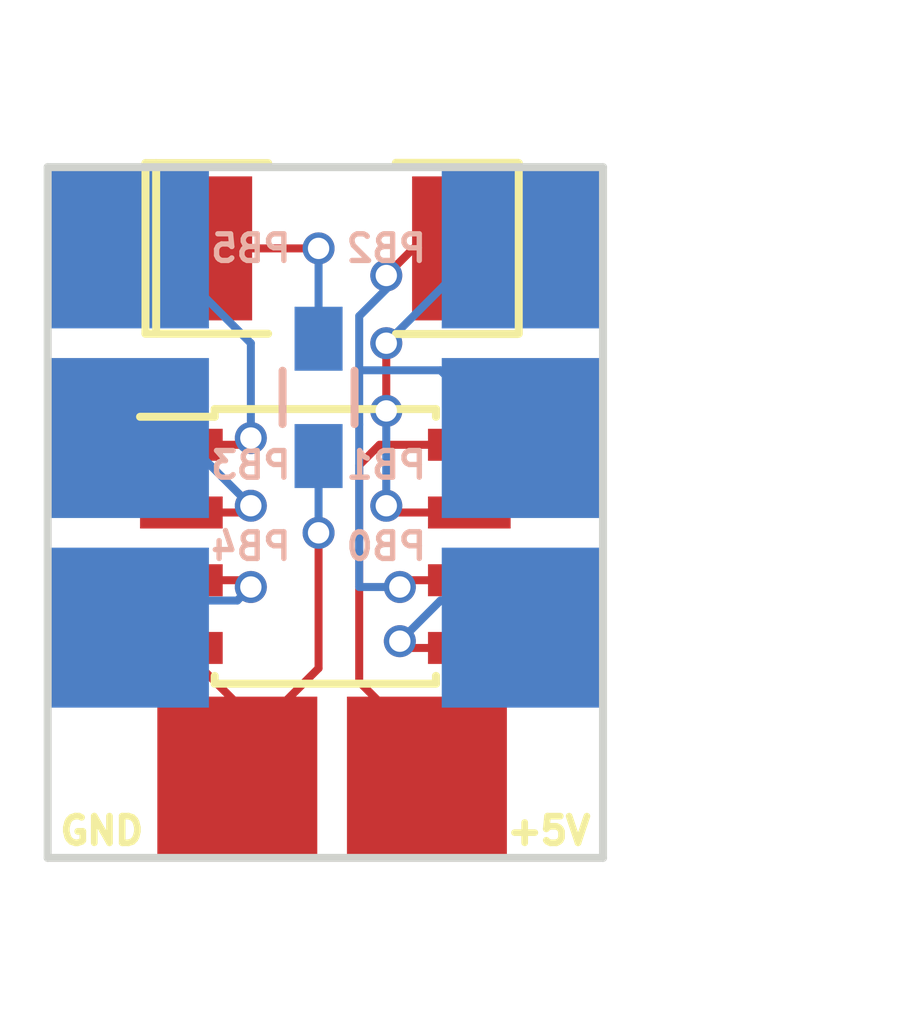
<source format=kicad_pcb>
(kicad_pcb (version 4) (host pcbnew 4.0.2-4+6225~38~ubuntu14.04.1-stable)

  (general
    (links 11)
    (no_connects 0)
    (area 152.057667 97.621 169.252334 116.859)
    (thickness 1.6)
    (drawings 12)
    (tracks 65)
    (zones 0)
    (modules 11)
    (nets 10)
  )

  (page A4)
  (layers
    (0 F.Cu signal)
    (31 B.Cu signal)
    (32 B.Adhes user)
    (33 F.Adhes user)
    (34 B.Paste user)
    (35 F.Paste user)
    (36 B.SilkS user)
    (37 F.SilkS user)
    (38 B.Mask user)
    (39 F.Mask user)
    (40 Dwgs.User user)
    (41 Cmts.User user)
    (42 Eco1.User user)
    (43 Eco2.User user)
    (44 Edge.Cuts user)
    (45 Margin user)
    (46 B.CrtYd user)
    (47 F.CrtYd user)
    (48 B.Fab user)
    (49 F.Fab user)
  )

  (setup
    (last_trace_width 0.15)
    (trace_clearance 0.006)
    (zone_clearance 0.508)
    (zone_45_only no)
    (trace_min 0.006)
    (segment_width 0.2)
    (edge_width 0.15)
    (via_size 0.6)
    (via_drill 0.4)
    (via_min_size 0.4)
    (via_min_drill 0.013)
    (uvia_size 0.3)
    (uvia_drill 0.1)
    (uvias_allowed no)
    (uvia_min_size 0.2)
    (uvia_min_drill 0.1)
    (pcb_text_width 0.3)
    (pcb_text_size 1.5 1.5)
    (mod_edge_width 0.15)
    (mod_text_size 1 1)
    (mod_text_width 0.15)
    (pad_size 1.524 1.524)
    (pad_drill 0.762)
    (pad_to_mask_clearance 0.2)
    (aux_axis_origin 0 0)
    (visible_elements FFFFFF7F)
    (pcbplotparams
      (layerselection 0x010f0_80000001)
      (usegerberextensions false)
      (excludeedgelayer true)
      (linewidth 0.100000)
      (plotframeref false)
      (viasonmask false)
      (mode 1)
      (useauxorigin false)
      (hpglpennumber 1)
      (hpglpenspeed 20)
      (hpglpendiameter 15)
      (hpglpenoverlay 2)
      (psnegative false)
      (psa4output false)
      (plotreference true)
      (plotvalue true)
      (plotinvisibletext false)
      (padsonsilk false)
      (subtractmaskfromsilk false)
      (outputformat 1)
      (mirror false)
      (drillshape 0)
      (scaleselection 1)
      (outputdirectory /home/tmurray/proj/EasyRaceLapTimer/datasheets/micro_transponder_v1/oshpark/))
  )

  (net 0 "")
  (net 1 "Net-(D1-Pad1)")
  (net 2 "Net-(D1-Pad2)")
  (net 3 "Net-(IC1-Pad1)")
  (net 4 "Net-(IC1-Pad2)")
  (net 5 "Net-(IC1-Pad3)")
  (net 6 GND)
  (net 7 "Net-(IC1-Pad5)")
  (net 8 "Net-(IC1-Pad7)")
  (net 9 +5V)

  (net_class Default "This is the default net class."
    (clearance 0.006)
    (trace_width 0.15)
    (via_dia 0.6)
    (via_drill 0.4)
    (uvia_dia 0.3)
    (uvia_drill 0.1)
    (add_net +5V)
    (add_net GND)
    (add_net "Net-(D1-Pad1)")
    (add_net "Net-(D1-Pad2)")
    (add_net "Net-(IC1-Pad1)")
    (add_net "Net-(IC1-Pad2)")
    (add_net "Net-(IC1-Pad3)")
    (add_net "Net-(IC1-Pad5)")
    (add_net "Net-(IC1-Pad7)")
  )

  (module SMD_Packages:SMD-2010_Pol (layer F.Cu) (tedit 57102B43) (tstamp 571026DD)
    (at 158.242 102.362)
    (tags "CMS SMD")
    (path /57101BFC)
    (attr smd)
    (fp_text reference D1 (at 0 -0.7) (layer F.SilkS) hide
      (effects (font (size 1 1) (thickness 0.15)))
    )
    (fp_text value LED (at 0 0.8) (layer F.Fab)
      (effects (font (size 1 1) (thickness 0.15)))
    )
    (fp_line (start -3.3 -1.6) (end -3.3 1.6) (layer F.SilkS) (width 0.15))
    (fp_line (start 3.50012 -1.6002) (end 3.50012 1.6002) (layer F.SilkS) (width 0.15))
    (fp_line (start -3.5 -1.6) (end -3.5 1.6) (layer F.SilkS) (width 0.15))
    (fp_line (start 1.19634 1.60528) (end 3.48234 1.60528) (layer F.SilkS) (width 0.15))
    (fp_line (start 3.48234 -1.60528) (end 1.19634 -1.60528) (layer F.SilkS) (width 0.15))
    (fp_line (start -1.2 -1.6) (end -3.5 -1.6) (layer F.SilkS) (width 0.15))
    (fp_line (start -3.5 1.6) (end -1.2 1.6) (layer F.SilkS) (width 0.15))
    (pad 1 smd rect (at -2.4003 0) (size 1.80086 2.70002) (layers F.Cu F.Paste F.Mask)
      (net 1 "Net-(D1-Pad1)"))
    (pad 2 smd rect (at 2.4003 0) (size 1.80086 2.70002) (layers F.Cu F.Paste F.Mask)
      (net 2 "Net-(D1-Pad2)"))
    (model SMD_Packages.3dshapes/SMD-2010_Pol.wrl
      (at (xyz 0 0 0))
      (scale (xyz 0.35 0.35 0.35))
      (rotate (xyz 0 0 0))
    )
  )

  (module Housings_SOIC:SOIC-8_3.9x4.9mm_Pitch1.27mm (layer F.Cu) (tedit 57102B31) (tstamp 571026E9)
    (at 158.115 107.95)
    (descr "8-Lead Plastic Small Outline (SN) - Narrow, 3.90 mm Body [SOIC] (see Microchip Packaging Specification 00000049BS.pdf)")
    (tags "SOIC 1.27")
    (path /57101B6A)
    (attr smd)
    (fp_text reference IC1 (at 0 -3.5) (layer F.SilkS) hide
      (effects (font (size 1 1) (thickness 0.15)))
    )
    (fp_text value ATTINY85-S (at 0 3.5) (layer F.Fab)
      (effects (font (size 1 1) (thickness 0.15)))
    )
    (fp_line (start -3.75 -2.75) (end -3.75 2.75) (layer F.CrtYd) (width 0.05))
    (fp_line (start 3.75 -2.75) (end 3.75 2.75) (layer F.CrtYd) (width 0.05))
    (fp_line (start -3.75 -2.75) (end 3.75 -2.75) (layer F.CrtYd) (width 0.05))
    (fp_line (start -3.75 2.75) (end 3.75 2.75) (layer F.CrtYd) (width 0.05))
    (fp_line (start -2.075 -2.575) (end -2.075 -2.43) (layer F.SilkS) (width 0.15))
    (fp_line (start 2.075 -2.575) (end 2.075 -2.43) (layer F.SilkS) (width 0.15))
    (fp_line (start 2.075 2.575) (end 2.075 2.43) (layer F.SilkS) (width 0.15))
    (fp_line (start -2.075 2.575) (end -2.075 2.43) (layer F.SilkS) (width 0.15))
    (fp_line (start -2.075 -2.575) (end 2.075 -2.575) (layer F.SilkS) (width 0.15))
    (fp_line (start -2.075 2.575) (end 2.075 2.575) (layer F.SilkS) (width 0.15))
    (fp_line (start -2.075 -2.43) (end -3.475 -2.43) (layer F.SilkS) (width 0.15))
    (pad 1 smd rect (at -2.7 -1.905) (size 1.55 0.6) (layers F.Cu F.Paste F.Mask)
      (net 3 "Net-(IC1-Pad1)"))
    (pad 2 smd rect (at -2.7 -0.635) (size 1.55 0.6) (layers F.Cu F.Paste F.Mask)
      (net 4 "Net-(IC1-Pad2)"))
    (pad 3 smd rect (at -2.7 0.635) (size 1.55 0.6) (layers F.Cu F.Paste F.Mask)
      (net 5 "Net-(IC1-Pad3)"))
    (pad 4 smd rect (at -2.7 1.905) (size 1.55 0.6) (layers F.Cu F.Paste F.Mask)
      (net 6 GND))
    (pad 5 smd rect (at 2.7 1.905) (size 1.55 0.6) (layers F.Cu F.Paste F.Mask)
      (net 7 "Net-(IC1-Pad5)"))
    (pad 6 smd rect (at 2.7 0.635) (size 1.55 0.6) (layers F.Cu F.Paste F.Mask)
      (net 2 "Net-(D1-Pad2)"))
    (pad 7 smd rect (at 2.7 -0.635) (size 1.55 0.6) (layers F.Cu F.Paste F.Mask)
      (net 8 "Net-(IC1-Pad7)"))
    (pad 8 smd rect (at 2.7 -1.905) (size 1.55 0.6) (layers F.Cu F.Paste F.Mask)
      (net 9 +5V))
    (model Housings_SOIC.3dshapes/SOIC-8_3.9x4.9mm_Pitch1.27mm.wrl
      (at (xyz 0 0 0))
      (scale (xyz 1 1 1))
      (rotate (xyz 0 0 0))
    )
  )

  (module Resistors_SMD:R_0603_HandSoldering (layer B.Cu) (tedit 57102B38) (tstamp 5710271D)
    (at 157.988 105.156 270)
    (descr "Resistor SMD 0603, hand soldering")
    (tags "resistor 0603")
    (path /57101D17)
    (attr smd)
    (fp_text reference R1 (at 0 1.9 270) (layer B.SilkS) hide
      (effects (font (size 1 1) (thickness 0.15)) (justify mirror))
    )
    (fp_text value "150 Ohm, 0.25W" (at 0 -1.9 270) (layer B.Fab)
      (effects (font (size 1 1) (thickness 0.15)) (justify mirror))
    )
    (fp_line (start -2 0.8) (end 2 0.8) (layer B.CrtYd) (width 0.05))
    (fp_line (start -2 -0.8) (end 2 -0.8) (layer B.CrtYd) (width 0.05))
    (fp_line (start -2 0.8) (end -2 -0.8) (layer B.CrtYd) (width 0.05))
    (fp_line (start 2 0.8) (end 2 -0.8) (layer B.CrtYd) (width 0.05))
    (fp_line (start 0.5 -0.675) (end -0.5 -0.675) (layer B.SilkS) (width 0.15))
    (fp_line (start -0.5 0.675) (end 0.5 0.675) (layer B.SilkS) (width 0.15))
    (pad 1 smd rect (at -1.1 0 270) (size 1.2 0.9) (layers B.Cu B.Paste B.Mask)
      (net 1 "Net-(D1-Pad1)"))
    (pad 2 smd rect (at 1.1 0 270) (size 1.2 0.9) (layers B.Cu B.Paste B.Mask)
      (net 6 GND))
    (model Resistors_SMD.3dshapes/R_0603_HandSoldering.wrl
      (at (xyz 0 0 0))
      (scale (xyz 1 1 1))
      (rotate (xyz 0 0 0))
    )
  )

  (module Measurement_Points:Measurement_Point_Square-SMD-Pad_Big (layer B.Cu) (tedit 57102B00) (tstamp 57102C29)
    (at 161.798 109.474)
    (descr "Mesurement Point, Square, SMD Pad,  3mm x 3mm,")
    (tags "Mesurement Point, Square, SMD Pad, 3mm x 3mm,")
    (path /57101FB1)
    (fp_text reference P1 (at 0 3.81) (layer B.SilkS) hide
      (effects (font (size 1 1) (thickness 0.15)) (justify mirror))
    )
    (fp_text value CONN_01X01 (at 2.54 -3.81) (layer B.Fab)
      (effects (font (size 1 1) (thickness 0.15)) (justify mirror))
    )
    (pad 1 smd rect (at 0 0) (size 2.99974 2.99974) (layers B.Cu B.Mask)
      (net 7 "Net-(IC1-Pad5)"))
  )

  (module Measurement_Points:Measurement_Point_Square-SMD-Pad_Big (layer B.Cu) (tedit 57102B1D) (tstamp 57102C2D)
    (at 161.798 105.918)
    (descr "Mesurement Point, Square, SMD Pad,  3mm x 3mm,")
    (tags "Mesurement Point, Square, SMD Pad, 3mm x 3mm,")
    (path /571020C5)
    (fp_text reference P2 (at 0 3.81) (layer B.SilkS) hide
      (effects (font (size 1 1) (thickness 0.15)) (justify mirror))
    )
    (fp_text value CONN_01X01 (at 2.54 -3.81) (layer B.Fab)
      (effects (font (size 1 1) (thickness 0.15)) (justify mirror))
    )
    (pad 1 smd rect (at 0 0) (size 2.99974 2.99974) (layers B.Cu B.Mask)
      (net 2 "Net-(D1-Pad2)"))
  )

  (module Measurement_Points:Measurement_Point_Square-SMD-Pad_Big (layer B.Cu) (tedit 57102B17) (tstamp 57102C31)
    (at 161.798 102.362)
    (descr "Mesurement Point, Square, SMD Pad,  3mm x 3mm,")
    (tags "Mesurement Point, Square, SMD Pad, 3mm x 3mm,")
    (path /5710210A)
    (fp_text reference P3 (at 0 3.81) (layer B.SilkS) hide
      (effects (font (size 1 1) (thickness 0.15)) (justify mirror))
    )
    (fp_text value CONN_01X01 (at 2.54 -3.81) (layer B.Fab)
      (effects (font (size 1 1) (thickness 0.15)) (justify mirror))
    )
    (pad 1 smd rect (at 0 0) (size 2.99974 2.99974) (layers B.Cu B.Mask)
      (net 8 "Net-(IC1-Pad7)"))
  )

  (module Measurement_Points:Measurement_Point_Square-SMD-Pad_Big (layer B.Cu) (tedit 57102B0E) (tstamp 57102C35)
    (at 154.432 105.918)
    (descr "Mesurement Point, Square, SMD Pad,  3mm x 3mm,")
    (tags "Mesurement Point, Square, SMD Pad, 3mm x 3mm,")
    (path /5710216F)
    (fp_text reference P4 (at 0 3.81) (layer B.SilkS) hide
      (effects (font (size 1 1) (thickness 0.15)) (justify mirror))
    )
    (fp_text value CONN_01X01 (at 2.54 -3.81) (layer B.Fab)
      (effects (font (size 1 1) (thickness 0.15)) (justify mirror))
    )
    (pad 1 smd rect (at 0 0) (size 2.99974 2.99974) (layers B.Cu B.Mask)
      (net 4 "Net-(IC1-Pad2)"))
  )

  (module Measurement_Points:Measurement_Point_Square-SMD-Pad_Big (layer B.Cu) (tedit 57102B07) (tstamp 57102C39)
    (at 154.432 109.474)
    (descr "Mesurement Point, Square, SMD Pad,  3mm x 3mm,")
    (tags "Mesurement Point, Square, SMD Pad, 3mm x 3mm,")
    (path /571021AD)
    (fp_text reference P5 (at 0 3.81) (layer B.SilkS) hide
      (effects (font (size 1 1) (thickness 0.15)) (justify mirror))
    )
    (fp_text value CONN_01X01 (at 2.54 -3.81) (layer B.Fab)
      (effects (font (size 1 1) (thickness 0.15)) (justify mirror))
    )
    (pad 1 smd rect (at 0 0) (size 2.99974 2.99974) (layers B.Cu B.Mask)
      (net 5 "Net-(IC1-Pad3)"))
  )

  (module Measurement_Points:Measurement_Point_Square-SMD-Pad_Big (layer B.Cu) (tedit 57102B23) (tstamp 57102C3D)
    (at 154.432 102.362)
    (descr "Mesurement Point, Square, SMD Pad,  3mm x 3mm,")
    (tags "Mesurement Point, Square, SMD Pad, 3mm x 3mm,")
    (path /571021F0)
    (fp_text reference P6 (at 0 3.81) (layer B.SilkS) hide
      (effects (font (size 1 1) (thickness 0.15)) (justify mirror))
    )
    (fp_text value CONN_01X01 (at 2.54 -3.81) (layer B.Fab)
      (effects (font (size 1 1) (thickness 0.15)) (justify mirror))
    )
    (pad 1 smd rect (at 0 0) (size 2.99974 2.99974) (layers B.Cu B.Mask)
      (net 3 "Net-(IC1-Pad1)"))
  )

  (module Measurement_Points:Measurement_Point_Square-SMD-Pad_Big (layer F.Cu) (tedit 57102AE2) (tstamp 57102C41)
    (at 160.02 112.268)
    (descr "Mesurement Point, Square, SMD Pad,  3mm x 3mm,")
    (tags "Mesurement Point, Square, SMD Pad, 3mm x 3mm,")
    (path /571022C6)
    (fp_text reference "" (at 0 -3.81) (layer F.SilkS)
      (effects (font (size 1 1) (thickness 0.15)))
    )
    (fp_text value CONN_01X01 (at 2.54 3.81) (layer F.Fab)
      (effects (font (size 1 1) (thickness 0.15)))
    )
    (pad 1 smd rect (at 0 0) (size 2.99974 2.99974) (layers F.Cu F.Mask)
      (net 9 +5V))
  )

  (module Measurement_Points:Measurement_Point_Square-SMD-Pad_Big (layer F.Cu) (tedit 57102AD8) (tstamp 57102C45)
    (at 156.464 112.268)
    (descr "Mesurement Point, Square, SMD Pad,  3mm x 3mm,")
    (tags "Mesurement Point, Square, SMD Pad, 3mm x 3mm,")
    (path /57102315)
    (fp_text reference "" (at 0 -3.81) (layer F.SilkS)
      (effects (font (size 1 1) (thickness 0.15)))
    )
    (fp_text value CONN_01X01 (at 2.54 3.81) (layer F.Fab)
      (effects (font (size 1 1) (thickness 0.15)))
    )
    (pad 1 smd rect (at 0 0) (size 2.99974 2.99974) (layers F.Cu F.Mask)
      (net 6 GND))
  )

  (gr_text PB0 (at 159.258 107.95) (layer B.SilkS)
    (effects (font (size 0.5 0.5) (thickness 0.1)) (justify mirror))
  )
  (gr_text PB2 (at 159.258 102.362) (layer B.SilkS)
    (effects (font (size 0.5 0.5) (thickness 0.1)) (justify mirror))
  )
  (gr_text PB1 (at 159.258 106.426) (layer B.SilkS)
    (effects (font (size 0.5 0.5) (thickness 0.1)) (justify mirror))
  )
  (gr_text PB5 (at 156.718 102.362) (layer B.SilkS)
    (effects (font (size 0.5 0.5) (thickness 0.1)) (justify mirror))
  )
  (gr_text PB3 (at 156.718 106.426) (layer B.SilkS)
    (effects (font (size 0.5 0.5) (thickness 0.1)) (justify mirror))
  )
  (gr_text PB4 (at 156.718 107.95) (layer B.SilkS)
    (effects (font (size 0.5 0.5) (thickness 0.1)) (justify mirror))
  )
  (gr_text GND (at 153.924 113.284) (layer F.SilkS)
    (effects (font (size 0.5 0.5) (thickness 0.125)))
  )
  (gr_text +5V (at 162.306 113.284) (layer F.SilkS)
    (effects (font (size 0.5 0.5) (thickness 0.125)))
  )
  (gr_line (start 152.908 113.792) (end 152.908 100.838) (angle 90) (layer Edge.Cuts) (width 0.15))
  (gr_line (start 163.322 113.792) (end 152.908 113.792) (angle 90) (layer Edge.Cuts) (width 0.15))
  (gr_line (start 163.322 100.838) (end 163.322 113.792) (angle 90) (layer Edge.Cuts) (width 0.15))
  (gr_line (start 152.908 100.838) (end 163.322 100.838) (angle 90) (layer Edge.Cuts) (width 0.15))

  (segment (start 155.8417 102.362) (end 157.988 102.362) (width 0.15) (layer F.Cu) (net 1))
  (segment (start 157.988 102.362) (end 157.988 104.056) (width 0.15) (layer B.Cu) (net 1) (tstamp 57102CEF))
  (via (at 157.988 102.362) (size 0.6) (drill 0.4) (layers F.Cu B.Cu) (net 1))
  (segment (start 161.798 105.664) (end 161.29 105.664) (width 0.15) (layer B.Cu) (net 2))
  (segment (start 161.29 105.664) (end 160.274 104.648) (width 0.15) (layer B.Cu) (net 2) (tstamp 57102DBD))
  (segment (start 160.274 104.648) (end 158.75 104.648) (width 0.15) (layer B.Cu) (net 2) (tstamp 57102DBE))
  (segment (start 161.798 105.664) (end 160.782 105.664) (width 0.15) (layer B.Cu) (net 2))
  (segment (start 160.02 102.362) (end 160.6423 102.362) (width 0.15) (layer F.Cu) (net 2) (tstamp 57102D3C))
  (segment (start 160.815 108.585) (end 159.639 108.585) (width 0.15) (layer F.Cu) (net 2))
  (segment (start 159.639 108.585) (end 159.512 108.712) (width 0.15) (layer F.Cu) (net 2) (tstamp 57102D22))
  (via (at 159.512 108.712) (size 0.6) (drill 0.4) (layers F.Cu B.Cu) (net 2))
  (segment (start 159.512 108.712) (end 158.75 108.712) (width 0.15) (layer B.Cu) (net 2) (tstamp 57102D24))
  (segment (start 158.75 108.712) (end 158.75 105.664) (width 0.15) (layer B.Cu) (net 2) (tstamp 57102D25))
  (segment (start 159.258 102.87) (end 159.766 102.362) (width 0.15) (layer F.Cu) (net 2) (tstamp 57102D29))
  (segment (start 158.75 105.664) (end 158.75 104.648) (width 0.15) (layer B.Cu) (net 2) (tstamp 57102DB6))
  (segment (start 158.75 104.648) (end 158.75 103.632) (width 0.15) (layer B.Cu) (net 2) (tstamp 57102DC2))
  (segment (start 158.75 103.632) (end 159.258 103.124) (width 0.15) (layer B.Cu) (net 2) (tstamp 57102D26))
  (segment (start 159.258 103.124) (end 159.258 102.87) (width 0.15) (layer B.Cu) (net 2) (tstamp 57102D27))
  (via (at 159.258 102.87) (size 0.6) (drill 0.4) (layers F.Cu B.Cu) (net 2))
  (segment (start 159.766 102.362) (end 160.6423 102.362) (width 0.15) (layer F.Cu) (net 2) (tstamp 57102D2A))
  (segment (start 155.415 106.045) (end 156.591 106.045) (width 0.15) (layer F.Cu) (net 3))
  (segment (start 156.718 104.14) (end 154.94 102.362) (width 0.15) (layer B.Cu) (net 3) (tstamp 57102D10))
  (segment (start 156.718 105.918) (end 156.718 104.14) (width 0.15) (layer B.Cu) (net 3) (tstamp 57102D0F))
  (via (at 156.718 105.918) (size 0.6) (drill 0.4) (layers F.Cu B.Cu) (net 3))
  (segment (start 156.591 106.045) (end 156.718 105.918) (width 0.15) (layer F.Cu) (net 3) (tstamp 57102D0D))
  (segment (start 154.94 102.362) (end 154.432 102.362) (width 0.15) (layer B.Cu) (net 3) (tstamp 57102D11))
  (segment (start 154.432 105.664) (end 155.194 105.664) (width 0.15) (layer B.Cu) (net 4))
  (segment (start 155.194 105.664) (end 156.718 107.188) (width 0.15) (layer B.Cu) (net 4) (tstamp 57102D07))
  (via (at 156.718 107.188) (size 0.6) (drill 0.4) (layers F.Cu B.Cu) (net 4))
  (segment (start 156.718 107.188) (end 156.591 107.315) (width 0.15) (layer F.Cu) (net 4) (tstamp 57102D0A))
  (segment (start 156.591 107.315) (end 155.415 107.315) (width 0.15) (layer F.Cu) (net 4) (tstamp 57102D0B))
  (segment (start 155.415 108.585) (end 156.591 108.585) (width 0.15) (layer F.Cu) (net 5))
  (segment (start 156.464 108.966) (end 154.432 108.966) (width 0.15) (layer B.Cu) (net 5) (tstamp 57102D05))
  (segment (start 156.718 108.712) (end 156.464 108.966) (width 0.15) (layer B.Cu) (net 5) (tstamp 57102D04))
  (via (at 156.718 108.712) (size 0.6) (drill 0.4) (layers F.Cu B.Cu) (net 5))
  (segment (start 156.591 108.585) (end 156.718 108.712) (width 0.15) (layer F.Cu) (net 5) (tstamp 57102D02))
  (segment (start 157.988 106.256) (end 157.988 107.696) (width 0.15) (layer B.Cu) (net 6))
  (segment (start 157.988 110.236) (end 156.464 111.76) (width 0.15) (layer F.Cu) (net 6) (tstamp 57102CFF))
  (segment (start 157.988 107.696) (end 157.988 110.236) (width 0.15) (layer F.Cu) (net 6) (tstamp 57102CFE))
  (via (at 157.988 107.696) (size 0.6) (drill 0.4) (layers F.Cu B.Cu) (net 6))
  (segment (start 156.464 111.76) (end 156.464 112.268) (width 0.15) (layer F.Cu) (net 6) (tstamp 57102D00))
  (segment (start 156.464 112.268) (end 156.464 110.904) (width 0.15) (layer F.Cu) (net 6))
  (segment (start 156.464 110.904) (end 155.415 109.855) (width 0.15) (layer F.Cu) (net 6) (tstamp 57102CC8))
  (segment (start 155.575 110.015) (end 155.415 109.855) (width 0.15) (layer F.Cu) (net 6) (tstamp 571027AD))
  (segment (start 160.815 109.855) (end 159.639 109.855) (width 0.15) (layer F.Cu) (net 7))
  (segment (start 160.274 108.966) (end 161.798 108.966) (width 0.15) (layer B.Cu) (net 7) (tstamp 57102D2F))
  (segment (start 159.512 109.728) (end 160.274 108.966) (width 0.15) (layer B.Cu) (net 7) (tstamp 57102D2E))
  (via (at 159.512 109.728) (size 0.6) (drill 0.4) (layers F.Cu B.Cu) (net 7))
  (segment (start 159.639 109.855) (end 159.512 109.728) (width 0.15) (layer F.Cu) (net 7) (tstamp 57102D2C))
  (segment (start 161.798 108.966) (end 160.528 108.966) (width 0.15) (layer B.Cu) (net 7))
  (segment (start 161.798 102.362) (end 161.036 102.362) (width 0.15) (layer B.Cu) (net 8))
  (segment (start 161.036 102.362) (end 159.258 104.14) (width 0.15) (layer B.Cu) (net 8) (tstamp 57102DC4))
  (via (at 159.258 104.14) (size 0.6) (drill 0.4) (layers F.Cu B.Cu) (net 8))
  (segment (start 159.258 104.14) (end 159.258 105.41) (width 0.15) (layer F.Cu) (net 8) (tstamp 57102DC7))
  (via (at 159.258 105.41) (size 0.6) (drill 0.4) (layers F.Cu B.Cu) (net 8))
  (segment (start 159.258 105.41) (end 159.258 107.188) (width 0.15) (layer B.Cu) (net 8) (tstamp 57102DCA))
  (via (at 159.258 107.188) (size 0.6) (drill 0.4) (layers F.Cu B.Cu) (net 8))
  (segment (start 159.258 107.188) (end 159.385 107.315) (width 0.15) (layer F.Cu) (net 8) (tstamp 57102DCD))
  (segment (start 159.385 107.315) (end 160.815 107.315) (width 0.15) (layer F.Cu) (net 8) (tstamp 57102DCE))
  (segment (start 160.02 112.268) (end 160.02 111.76) (width 0.15) (layer F.Cu) (net 9))
  (segment (start 160.02 111.76) (end 158.75 110.49) (width 0.15) (layer F.Cu) (net 9) (tstamp 57102D1C))
  (segment (start 159.131 106.045) (end 160.815 106.045) (width 0.15) (layer F.Cu) (net 9) (tstamp 57102D20))
  (segment (start 158.75 106.426) (end 159.131 106.045) (width 0.15) (layer F.Cu) (net 9) (tstamp 57102D1F))
  (segment (start 158.75 110.49) (end 158.75 106.426) (width 0.15) (layer F.Cu) (net 9) (tstamp 57102D1D))
  (segment (start 160.02 112.268) (end 160.02 111.252) (width 0.15) (layer F.Cu) (net 9))

)

</source>
